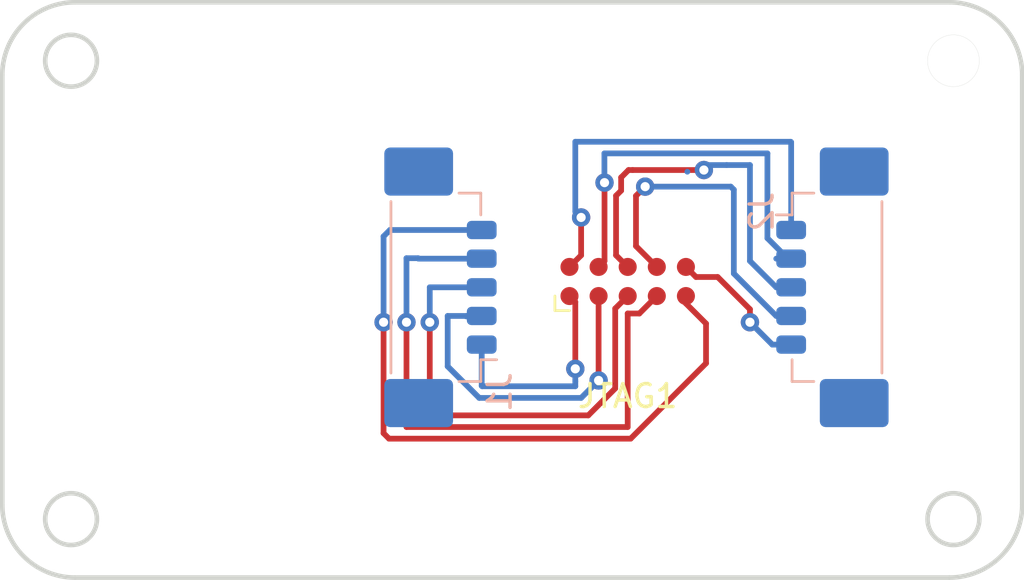
<source format=kicad_pcb>
(kicad_pcb (version 20171130) (host pcbnew "(5.1.12)-1")

  (general
    (thickness 1.6)
    (drawings 26)
    (tracks 99)
    (zones 0)
    (modules 3)
    (nets 11)
  )

  (page A4)
  (layers
    (0 F.Cu signal)
    (31 B.Cu signal)
    (32 B.Adhes user)
    (33 F.Adhes user)
    (34 B.Paste user)
    (35 F.Paste user)
    (36 B.SilkS user)
    (37 F.SilkS user)
    (38 B.Mask user)
    (39 F.Mask user)
    (40 Dwgs.User user)
    (41 Cmts.User user hide)
    (42 Eco1.User user)
    (43 Eco2.User user)
    (44 Edge.Cuts user)
    (45 Margin user)
    (46 B.CrtYd user)
    (47 F.CrtYd user)
    (48 B.Fab user hide)
    (49 F.Fab user hide)
  )

  (setup
    (last_trace_width 0.25)
    (trace_clearance 0.2)
    (zone_clearance 0.508)
    (zone_45_only no)
    (trace_min 0.2)
    (via_size 0.8)
    (via_drill 0.4)
    (via_min_size 0.4)
    (via_min_drill 0.3)
    (uvia_size 0.3)
    (uvia_drill 0.1)
    (uvias_allowed no)
    (uvia_min_size 0.2)
    (uvia_min_drill 0.1)
    (edge_width 0.05)
    (segment_width 0.2)
    (pcb_text_width 0.3)
    (pcb_text_size 1.5 1.5)
    (mod_edge_width 0.12)
    (mod_text_size 1 1)
    (mod_text_width 0.15)
    (pad_size 1.524 1.524)
    (pad_drill 0.762)
    (pad_to_mask_clearance 0)
    (aux_axis_origin 0 0)
    (visible_elements 7FFFFFFF)
    (pcbplotparams
      (layerselection 0x010fc_ffffffff)
      (usegerberextensions false)
      (usegerberattributes true)
      (usegerberadvancedattributes true)
      (creategerberjobfile true)
      (excludeedgelayer true)
      (linewidth 0.100000)
      (plotframeref false)
      (viasonmask false)
      (mode 1)
      (useauxorigin false)
      (hpglpennumber 1)
      (hpglpenspeed 20)
      (hpglpendiameter 15.000000)
      (psnegative false)
      (psa4output false)
      (plotreference true)
      (plotvalue true)
      (plotinvisibletext false)
      (padsonsilk false)
      (subtractmaskfromsilk false)
      (outputformat 1)
      (mirror false)
      (drillshape 0)
      (scaleselection 1)
      (outputdirectory "gerbers/"))
  )

  (net 0 "")
  (net 1 +3V3)
  (net 2 TDO-TDI)
  (net 3 TESTVPP)
  (net 4 TCK)
  (net 5 Rx)
  (net 6 GND)
  (net 7 Tx)
  (net 8 "Net-(J2-Pad1)")
  (net 9 "Net-(J2-Pad2)")
  (net 10 "Net-(J2-Pad3)")

  (net_class Default "This is the default net class."
    (clearance 0.2)
    (trace_width 0.25)
    (via_dia 0.8)
    (via_drill 0.4)
    (uvia_dia 0.3)
    (uvia_drill 0.1)
    (add_net +3V3)
    (add_net GND)
    (add_net "Net-(J2-Pad1)")
    (add_net "Net-(J2-Pad2)")
    (add_net "Net-(J2-Pad3)")
    (add_net Rx)
    (add_net TCK)
    (add_net TDO-TDI)
    (add_net TESTVPP)
    (add_net Tx)
  )

  (module Connector_Molex:Molex_PicoBlade_53398-0571_1x05-1MP_P1.25mm_Vertical (layer B.Cu) (tedit 5B78AD88) (tstamp 64474E5A)
    (at 169.55516 67.44716 270)
    (descr "Molex PicoBlade series connector, 53398-0571 (http://www.molex.com/pdm_docs/sd/533980271_sd.pdf), generated with kicad-footprint-generator")
    (tags "connector Molex PicoBlade side entry")
    (path /642242F1)
    (attr smd)
    (fp_text reference J2 (at -3.302 2.54 270) (layer B.SilkS)
      (effects (font (size 1 1) (thickness 0.15)) (justify mirror))
    )
    (fp_text value Conn_01x05_Male (at 0 -4.2 270) (layer B.Fab)
      (effects (font (size 1 1) (thickness 0.15)) (justify mirror))
    )
    (fp_line (start -2.5 0.392893) (end -2 1.1) (layer B.Fab) (width 0.1))
    (fp_line (start -3 1.1) (end -2.5 0.392893) (layer B.Fab) (width 0.1))
    (fp_line (start 6.6 2.4) (end -6.6 2.4) (layer B.CrtYd) (width 0.05))
    (fp_line (start 6.6 -3.5) (end 6.6 2.4) (layer B.CrtYd) (width 0.05))
    (fp_line (start -6.6 -3.5) (end 6.6 -3.5) (layer B.CrtYd) (width 0.05))
    (fp_line (start -6.6 2.4) (end -6.6 -3.5) (layer B.CrtYd) (width 0.05))
    (fp_line (start 5.5 0.2) (end 4 0.2) (layer B.Fab) (width 0.1))
    (fp_line (start 5.5 -0.4) (end 5.5 0.2) (layer B.Fab) (width 0.1))
    (fp_line (start 5.7 -0.6) (end 5.5 -0.4) (layer B.Fab) (width 0.1))
    (fp_line (start 5.7 -2.4) (end 5.7 -0.6) (layer B.Fab) (width 0.1))
    (fp_line (start 5.5 -2.6) (end 5.7 -2.4) (layer B.Fab) (width 0.1))
    (fp_line (start 4 -2.6) (end 5.5 -2.6) (layer B.Fab) (width 0.1))
    (fp_line (start -5.5 0.2) (end -4 0.2) (layer B.Fab) (width 0.1))
    (fp_line (start -5.5 -0.4) (end -5.5 0.2) (layer B.Fab) (width 0.1))
    (fp_line (start -5.7 -0.6) (end -5.5 -0.4) (layer B.Fab) (width 0.1))
    (fp_line (start -5.7 -2.4) (end -5.7 -0.6) (layer B.Fab) (width 0.1))
    (fp_line (start -5.5 -2.6) (end -5.7 -2.4) (layer B.Fab) (width 0.1))
    (fp_line (start -4 -2.6) (end -5.5 -2.6) (layer B.Fab) (width 0.1))
    (fp_line (start 2.65 -1.225) (end 2.35 -1.225) (layer B.Fab) (width 0.1))
    (fp_line (start 2.65 -1.825) (end 2.65 -1.225) (layer B.Fab) (width 0.1))
    (fp_line (start 2.35 -1.825) (end 2.65 -1.825) (layer B.Fab) (width 0.1))
    (fp_line (start 2.35 -1.225) (end 2.35 -1.825) (layer B.Fab) (width 0.1))
    (fp_line (start 1.4 -1.225) (end 1.1 -1.225) (layer B.Fab) (width 0.1))
    (fp_line (start 1.4 -1.825) (end 1.4 -1.225) (layer B.Fab) (width 0.1))
    (fp_line (start 1.1 -1.825) (end 1.4 -1.825) (layer B.Fab) (width 0.1))
    (fp_line (start 1.1 -1.225) (end 1.1 -1.825) (layer B.Fab) (width 0.1))
    (fp_line (start 0.15 -1.225) (end -0.15 -1.225) (layer B.Fab) (width 0.1))
    (fp_line (start 0.15 -1.825) (end 0.15 -1.225) (layer B.Fab) (width 0.1))
    (fp_line (start -0.15 -1.825) (end 0.15 -1.825) (layer B.Fab) (width 0.1))
    (fp_line (start -0.15 -1.225) (end -0.15 -1.825) (layer B.Fab) (width 0.1))
    (fp_line (start -1.1 -1.225) (end -1.4 -1.225) (layer B.Fab) (width 0.1))
    (fp_line (start -1.1 -1.825) (end -1.1 -1.225) (layer B.Fab) (width 0.1))
    (fp_line (start -1.4 -1.825) (end -1.1 -1.825) (layer B.Fab) (width 0.1))
    (fp_line (start -1.4 -1.225) (end -1.4 -1.825) (layer B.Fab) (width 0.1))
    (fp_line (start -2.35 -1.225) (end -2.65 -1.225) (layer B.Fab) (width 0.1))
    (fp_line (start -2.35 -1.825) (end -2.35 -1.225) (layer B.Fab) (width 0.1))
    (fp_line (start -2.65 -1.825) (end -2.35 -1.825) (layer B.Fab) (width 0.1))
    (fp_line (start -2.65 -1.225) (end -2.65 -1.825) (layer B.Fab) (width 0.1))
    (fp_line (start 4 1.1) (end 4 -2.6) (layer B.Fab) (width 0.1))
    (fp_line (start -4 1.1) (end -4 -2.6) (layer B.Fab) (width 0.1))
    (fp_line (start -4 -2.6) (end 4 -2.6) (layer B.Fab) (width 0.1))
    (fp_line (start -3.74 -2.71) (end 3.74 -2.71) (layer B.SilkS) (width 0.12))
    (fp_line (start 4.11 1.21) (end 3.16 1.21) (layer B.SilkS) (width 0.12))
    (fp_line (start 4.11 0.26) (end 4.11 1.21) (layer B.SilkS) (width 0.12))
    (fp_line (start -3.16 1.21) (end -3.16 1.9) (layer B.SilkS) (width 0.12))
    (fp_line (start -4.11 1.21) (end -3.16 1.21) (layer B.SilkS) (width 0.12))
    (fp_line (start -4.11 0.26) (end -4.11 1.21) (layer B.SilkS) (width 0.12))
    (fp_line (start -4 1.1) (end 4 1.1) (layer B.Fab) (width 0.1))
    (fp_text user %R (at 0 -0.4 270) (layer B.Fab)
      (effects (font (size 1 1) (thickness 0.15)) (justify mirror))
    )
    (pad MP smd roundrect (at 5.05 -1.5 270) (size 2.1 3) (layers B.Cu B.Paste B.Mask) (roundrect_rratio 0.119047619047619))
    (pad MP smd roundrect (at -5.05 -1.5 270) (size 2.1 3) (layers B.Cu B.Paste B.Mask) (roundrect_rratio 0.119047619047619))
    (pad 5 smd roundrect (at 2.5 1.25 270) (size 0.8 1.3) (layers B.Cu B.Paste B.Mask) (roundrect_rratio 0.25)
      (net 6 GND))
    (pad 4 smd roundrect (at 1.25 1.25 270) (size 0.8 1.3) (layers B.Cu B.Paste B.Mask) (roundrect_rratio 0.25)
      (net 7 Tx))
    (pad 3 smd roundrect (at 0 1.25 270) (size 0.8 1.3) (layers B.Cu B.Paste B.Mask) (roundrect_rratio 0.25)
      (net 10 "Net-(J2-Pad3)"))
    (pad 2 smd roundrect (at -1.25 1.25 270) (size 0.8 1.3) (layers B.Cu B.Paste B.Mask) (roundrect_rratio 0.25)
      (net 9 "Net-(J2-Pad2)"))
    (pad 1 smd roundrect (at -2.5 1.25 270) (size 0.8 1.3) (layers B.Cu B.Paste B.Mask) (roundrect_rratio 0.25)
      (net 8 "Net-(J2-Pad1)"))
    (model ${KISYS3DMOD}/Connector_Molex.3dshapes/Molex_PicoBlade_53398-0571_1x05-1MP_P1.25mm_Vertical.wrl
      (at (xyz 0 0 0))
      (scale (xyz 1 1 1))
      (rotate (xyz 0 0 0))
    )
  )

  (module Connector:Tag-Connect_TC2050-IDC-FP_2x05_P1.27mm_Vertical (layer F.Cu) (tedit 5A29CEC3) (tstamp 64474EF9)
    (at 161.17316 67.19316)
    (descr "Tag-Connect programming header; http://www.tag-connect.com/Materials/TC2050-IDC-430%20Datasheet.pdf")
    (tags "tag connect programming header pogo pins")
    (path /64069224)
    (attr virtual)
    (fp_text reference JTAG1 (at 0 5) (layer F.SilkS)
      (effects (font (size 1 1) (thickness 0.15)))
    )
    (fp_text value Conn_02x05_Odd_Even (at 0 -4.8) (layer F.Fab)
      (effects (font (size 1 1) (thickness 0.15)))
    )
    (fp_line (start -3.175 1.27) (end -3.175 0.635) (layer F.SilkS) (width 0.12))
    (fp_line (start -2.54 1.27) (end -3.175 1.27) (layer F.SilkS) (width 0.12))
    (fp_line (start -5.5 4.25) (end -5.5 -4.25) (layer F.CrtYd) (width 0.05))
    (fp_line (start 4.75 4.25) (end -5.5 4.25) (layer F.CrtYd) (width 0.05))
    (fp_line (start 4.75 -4.25) (end 4.75 4.25) (layer F.CrtYd) (width 0.05))
    (fp_line (start -5.5 -4.25) (end 4.75 -4.25) (layer F.CrtYd) (width 0.05))
    (fp_line (start -2.54 0.635) (end -2.54 -0.635) (layer Dwgs.User) (width 0.1))
    (fp_line (start 2.54 0.635) (end -2.54 0.635) (layer Dwgs.User) (width 0.1))
    (fp_line (start 2.54 -0.635) (end 2.54 0.635) (layer Dwgs.User) (width 0.1))
    (fp_line (start -2.54 -0.635) (end 2.54 -0.635) (layer Dwgs.User) (width 0.1))
    (fp_line (start -2.54 0.635) (end -1.27 -0.635) (layer Dwgs.User) (width 0.1))
    (fp_line (start -2.54 0) (end -1.905 -0.635) (layer Dwgs.User) (width 0.1))
    (fp_line (start -1.905 0.635) (end -0.635 -0.635) (layer Dwgs.User) (width 0.1))
    (fp_line (start -1.27 0.635) (end 0 -0.635) (layer Dwgs.User) (width 0.1))
    (fp_line (start 1.905 0.635) (end 2.54 0) (layer Dwgs.User) (width 0.1))
    (fp_line (start -0.635 0.635) (end 0.635 -0.635) (layer Dwgs.User) (width 0.1))
    (fp_line (start 0 0.635) (end 1.27 -0.635) (layer Dwgs.User) (width 0.1))
    (fp_line (start 0.635 0.635) (end 1.905 -0.635) (layer Dwgs.User) (width 0.1))
    (fp_line (start 1.27 0.635) (end 2.54 -0.635) (layer Dwgs.User) (width 0.1))
    (fp_text user KEEPOUT (at 0 0) (layer Cmts.User)
      (effects (font (size 0.4 0.4) (thickness 0.07)))
    )
    (fp_text user %R (at 0 0) (layer F.Fab)
      (effects (font (size 1 1) (thickness 0.15)))
    )
    (pad "" np_thru_hole circle (at 1.905 -2.54) (size 2.3749 2.3749) (drill 2.3749) (layers *.Cu *.Mask))
    (pad "" np_thru_hole circle (at 1.905 2.54) (size 2.3749 2.3749) (drill 2.3749) (layers *.Cu *.Mask))
    (pad "" np_thru_hole circle (at -3.81 2.54) (size 2.3749 2.3749) (drill 2.3749) (layers *.Cu *.Mask))
    (pad "" np_thru_hole circle (at -3.81 -2.54) (size 2.3749 2.3749) (drill 2.3749) (layers *.Cu *.Mask))
    (pad 10 connect circle (at -2.54 -0.635) (size 0.7874 0.7874) (layers F.Cu F.Mask)
      (net 8 "Net-(J2-Pad1)"))
    (pad 9 connect circle (at -1.27 -0.635) (size 0.7874 0.7874) (layers F.Cu F.Mask)
      (net 9 "Net-(J2-Pad2)"))
    (pad 8 connect circle (at 0 -0.635) (size 0.7874 0.7874) (layers F.Cu F.Mask)
      (net 10 "Net-(J2-Pad3)"))
    (pad 7 connect circle (at 1.27 -0.635) (size 0.7874 0.7874) (layers F.Cu F.Mask)
      (net 7 Tx))
    (pad 6 connect circle (at 2.54 -0.635) (size 0.7874 0.7874) (layers F.Cu F.Mask)
      (net 6 GND))
    (pad 5 connect circle (at 2.54 0.635) (size 0.7874 0.7874) (layers F.Cu F.Mask)
      (net 5 Rx))
    (pad 4 connect circle (at 1.27 0.635) (size 0.7874 0.7874) (layers F.Cu F.Mask)
      (net 4 TCK))
    (pad 3 connect circle (at 0 0.635) (size 0.7874 0.7874) (layers F.Cu F.Mask)
      (net 3 TESTVPP))
    (pad 2 connect circle (at -1.27 0.635) (size 0.7874 0.7874) (layers F.Cu F.Mask)
      (net 2 TDO-TDI))
    (pad 1 connect circle (at -2.54 0.635) (size 0.7874 0.7874) (layers F.Cu F.Mask)
      (net 1 +3V3))
    (pad "" np_thru_hole circle (at -3.81 0) (size 0.9906 0.9906) (drill 0.9906) (layers *.Cu *.Mask))
    (pad "" np_thru_hole circle (at 3.81 1.016) (size 0.9906 0.9906) (drill 0.9906) (layers *.Cu *.Mask))
    (pad "" np_thru_hole circle (at 3.81 -1.016) (size 0.9906 0.9906) (drill 0.9906) (layers *.Cu *.Mask))
  )

  (module Connector_Molex:Molex_PicoBlade_53398-0571_1x05-1MP_P1.25mm_Vertical (layer B.Cu) (tedit 5B78AD88) (tstamp 64474DA9)
    (at 153.55316 67.44716 90)
    (descr "Molex PicoBlade series connector, 53398-0571 (http://www.molex.com/pdm_docs/sd/533980271_sd.pdf), generated with kicad-footprint-generator")
    (tags "connector Molex PicoBlade side entry")
    (path /642236AC)
    (attr smd)
    (fp_text reference J1 (at -4.572 2.032 -90) (layer B.SilkS)
      (effects (font (size 1 1) (thickness 0.15)) (justify mirror))
    )
    (fp_text value Conn_01x05_Male (at 0 -4.2 -90) (layer B.Fab)
      (effects (font (size 1 1) (thickness 0.15)) (justify mirror))
    )
    (fp_line (start -4 1.1) (end 4 1.1) (layer B.Fab) (width 0.1))
    (fp_line (start -4.11 0.26) (end -4.11 1.21) (layer B.SilkS) (width 0.12))
    (fp_line (start -4.11 1.21) (end -3.16 1.21) (layer B.SilkS) (width 0.12))
    (fp_line (start -3.16 1.21) (end -3.16 1.9) (layer B.SilkS) (width 0.12))
    (fp_line (start 4.11 0.26) (end 4.11 1.21) (layer B.SilkS) (width 0.12))
    (fp_line (start 4.11 1.21) (end 3.16 1.21) (layer B.SilkS) (width 0.12))
    (fp_line (start -3.74 -2.71) (end 3.74 -2.71) (layer B.SilkS) (width 0.12))
    (fp_line (start -4 -2.6) (end 4 -2.6) (layer B.Fab) (width 0.1))
    (fp_line (start -4 1.1) (end -4 -2.6) (layer B.Fab) (width 0.1))
    (fp_line (start 4 1.1) (end 4 -2.6) (layer B.Fab) (width 0.1))
    (fp_line (start -2.65 -1.225) (end -2.65 -1.825) (layer B.Fab) (width 0.1))
    (fp_line (start -2.65 -1.825) (end -2.35 -1.825) (layer B.Fab) (width 0.1))
    (fp_line (start -2.35 -1.825) (end -2.35 -1.225) (layer B.Fab) (width 0.1))
    (fp_line (start -2.35 -1.225) (end -2.65 -1.225) (layer B.Fab) (width 0.1))
    (fp_line (start -1.4 -1.225) (end -1.4 -1.825) (layer B.Fab) (width 0.1))
    (fp_line (start -1.4 -1.825) (end -1.1 -1.825) (layer B.Fab) (width 0.1))
    (fp_line (start -1.1 -1.825) (end -1.1 -1.225) (layer B.Fab) (width 0.1))
    (fp_line (start -1.1 -1.225) (end -1.4 -1.225) (layer B.Fab) (width 0.1))
    (fp_line (start -0.15 -1.225) (end -0.15 -1.825) (layer B.Fab) (width 0.1))
    (fp_line (start -0.15 -1.825) (end 0.15 -1.825) (layer B.Fab) (width 0.1))
    (fp_line (start 0.15 -1.825) (end 0.15 -1.225) (layer B.Fab) (width 0.1))
    (fp_line (start 0.15 -1.225) (end -0.15 -1.225) (layer B.Fab) (width 0.1))
    (fp_line (start 1.1 -1.225) (end 1.1 -1.825) (layer B.Fab) (width 0.1))
    (fp_line (start 1.1 -1.825) (end 1.4 -1.825) (layer B.Fab) (width 0.1))
    (fp_line (start 1.4 -1.825) (end 1.4 -1.225) (layer B.Fab) (width 0.1))
    (fp_line (start 1.4 -1.225) (end 1.1 -1.225) (layer B.Fab) (width 0.1))
    (fp_line (start 2.35 -1.225) (end 2.35 -1.825) (layer B.Fab) (width 0.1))
    (fp_line (start 2.35 -1.825) (end 2.65 -1.825) (layer B.Fab) (width 0.1))
    (fp_line (start 2.65 -1.825) (end 2.65 -1.225) (layer B.Fab) (width 0.1))
    (fp_line (start 2.65 -1.225) (end 2.35 -1.225) (layer B.Fab) (width 0.1))
    (fp_line (start -4 -2.6) (end -5.5 -2.6) (layer B.Fab) (width 0.1))
    (fp_line (start -5.5 -2.6) (end -5.7 -2.4) (layer B.Fab) (width 0.1))
    (fp_line (start -5.7 -2.4) (end -5.7 -0.6) (layer B.Fab) (width 0.1))
    (fp_line (start -5.7 -0.6) (end -5.5 -0.4) (layer B.Fab) (width 0.1))
    (fp_line (start -5.5 -0.4) (end -5.5 0.2) (layer B.Fab) (width 0.1))
    (fp_line (start -5.5 0.2) (end -4 0.2) (layer B.Fab) (width 0.1))
    (fp_line (start 4 -2.6) (end 5.5 -2.6) (layer B.Fab) (width 0.1))
    (fp_line (start 5.5 -2.6) (end 5.7 -2.4) (layer B.Fab) (width 0.1))
    (fp_line (start 5.7 -2.4) (end 5.7 -0.6) (layer B.Fab) (width 0.1))
    (fp_line (start 5.7 -0.6) (end 5.5 -0.4) (layer B.Fab) (width 0.1))
    (fp_line (start 5.5 -0.4) (end 5.5 0.2) (layer B.Fab) (width 0.1))
    (fp_line (start 5.5 0.2) (end 4 0.2) (layer B.Fab) (width 0.1))
    (fp_line (start -6.6 2.4) (end -6.6 -3.5) (layer B.CrtYd) (width 0.05))
    (fp_line (start -6.6 -3.5) (end 6.6 -3.5) (layer B.CrtYd) (width 0.05))
    (fp_line (start 6.6 -3.5) (end 6.6 2.4) (layer B.CrtYd) (width 0.05))
    (fp_line (start 6.6 2.4) (end -6.6 2.4) (layer B.CrtYd) (width 0.05))
    (fp_line (start -3 1.1) (end -2.5 0.392893) (layer B.Fab) (width 0.1))
    (fp_line (start -2.5 0.392893) (end -2 1.1) (layer B.Fab) (width 0.1))
    (fp_text user %R (at 0 -0.4 -90) (layer B.Fab)
      (effects (font (size 1 1) (thickness 0.15)) (justify mirror))
    )
    (pad 1 smd roundrect (at -2.5 1.25 90) (size 0.8 1.3) (layers B.Cu B.Paste B.Mask) (roundrect_rratio 0.25)
      (net 1 +3V3))
    (pad 2 smd roundrect (at -1.25 1.25 90) (size 0.8 1.3) (layers B.Cu B.Paste B.Mask) (roundrect_rratio 0.25)
      (net 2 TDO-TDI))
    (pad 3 smd roundrect (at 0 1.25 90) (size 0.8 1.3) (layers B.Cu B.Paste B.Mask) (roundrect_rratio 0.25)
      (net 3 TESTVPP))
    (pad 4 smd roundrect (at 1.25 1.25 90) (size 0.8 1.3) (layers B.Cu B.Paste B.Mask) (roundrect_rratio 0.25)
      (net 4 TCK))
    (pad 5 smd roundrect (at 2.5 1.25 90) (size 0.8 1.3) (layers B.Cu B.Paste B.Mask) (roundrect_rratio 0.25)
      (net 5 Rx))
    (pad MP smd roundrect (at -5.05 -1.5 90) (size 2.1 3) (layers B.Cu B.Paste B.Mask) (roundrect_rratio 0.119047619047619))
    (pad MP smd roundrect (at 5.05 -1.5 90) (size 2.1 3) (layers B.Cu B.Paste B.Mask) (roundrect_rratio 0.119047619047619))
    (model ${KISYS3DMOD}/Connector_Molex.3dshapes/Molex_PicoBlade_53398-0571_1x05-1MP_P1.25mm_Vertical.wrl
      (at (xyz 0 0 0))
      (scale (xyz 1 1 1))
      (rotate (xyz 0 0 0))
    )
  )

  (gr_circle (center 175.385679 77.56144) (end 176.515979 77.56144) (layer Edge.Cuts) (width 0.2))
  (gr_line (start 151.57916 60.78916) (end 171.07916 60.78916) (layer Dwgs.User) (width 0.2) (tstamp 64474F76))
  (gr_arc (start 170.885679 73.06144) (end 170.885679 75.56144) (angle -90) (layer Dwgs.User) (width 0.2))
  (gr_line (start 170.885679 75.56144) (end 152.235679 75.56144) (layer Dwgs.User) (width 0.2))
  (gr_line (start 173.385679 62.06144) (end 173.385679 73.06144) (layer Dwgs.User) (width 0.2))
  (gr_arc (start 152.235679 73.06144) (end 149.735679 73.06144) (angle -90) (layer Dwgs.User) (width 0.2))
  (gr_line (start 149.735679 73.06144) (end 149.735679 62.06144) (layer Dwgs.User) (width 0.2))
  (gr_arc (start 152.235679 62.06144) (end 152.235679 59.56144) (angle -90) (layer Dwgs.User) (width 0.2) (tstamp 64474D6C))
  (gr_line (start 152.235679 59.56144) (end 170.885679 59.56144) (layer Dwgs.User) (width 0.2))
  (gr_arc (start 170.885679 62.06144) (end 173.385679 62.06144) (angle -90) (layer Dwgs.User) (width 0.2))
  (gr_arc (start 175.210679 58.18644) (end 178.385679 58.18644) (angle -90) (layer Edge.Cuts) (width 0.2))
  (gr_arc (start 137.06068 58.18644) (end 137.06068 55.01144) (angle -90) (layer Edge.Cuts) (width 0.2))
  (gr_line (start 133.88568 58.18644) (end 133.88568 76.93644) (layer Edge.Cuts) (width 0.2))
  (gr_line (start 137.06068 80.11144) (end 175.210679 80.11144) (layer Edge.Cuts) (width 0.2))
  (gr_line (start 175.210679 55.01144) (end 137.06068 55.01144) (layer Edge.Cuts) (width 0.2))
  (gr_line (start 178.385679 76.93644) (end 178.385679 58.18644) (layer Edge.Cuts) (width 0.2))
  (gr_arc (start 175.210679 76.93644) (end 175.210679 80.11144) (angle -90) (layer Edge.Cuts) (width 0.2))
  (gr_arc (start 137.06068 76.93644) (end 133.88568 76.93644) (angle -90) (layer Edge.Cuts) (width 0.2))
  (gr_circle (center 175.385679 57.56144) (end 176.515979 57.56144) (layer Edge.Cuts) (width 0.01))
  (gr_circle (center 136.88568 57.56144) (end 138.01598 57.56144) (layer Edge.Cuts) (width 0.2))
  (gr_circle (center 136.88568 77.56144) (end 138.01598 77.56144) (layer Edge.Cuts) (width 0.2) (tstamp 6447522C))
  (gr_line (start 151.57916 73.28916) (end 151.57916 60.78916) (layer Dwgs.User) (width 0.2) (tstamp 64475081))
  (gr_line (start 171.07916 73.28916) (end 151.57916 73.28916) (layer Dwgs.User) (width 0.2) (tstamp 64474F6A))
  (gr_circle (center 151.57916 73.28916) (end 152.82916 73.28916) (layer Dwgs.User) (width 0.2) (tstamp 64474F6D))
  (gr_circle (center 171.07916 73.28916) (end 172.32916 73.28916) (layer Dwgs.User) (width 0.2) (tstamp 64474F70))
  (gr_line (start 171.07916 73.28916) (end 171.07916 60.78916) (layer Dwgs.User) (width 0.2) (tstamp 64474F73))

  (segment (start 162.512907 64.329413) (end 162.512907 64.583413) (width 0.25) (layer F.Cu) (net 0) (tstamp 64474F9D))
  (segment (start 163.77591 62.404159) (end 163.775909 62.40416) (width 0.25) (layer B.Cu) (net 0) (tstamp 64474FBB))
  (segment (start 154.82316 71.76516) (end 158.88716 71.76516) (width 0.25) (layer B.Cu) (net 1) (tstamp 64474FAF))
  (segment (start 154.80316 71.74516) (end 154.82316 71.76516) (width 0.25) (layer B.Cu) (net 1) (tstamp 64474F8B))
  (segment (start 154.80316 69.94716) (end 154.80316 71.74516) (width 0.25) (layer B.Cu) (net 1) (tstamp 64474F7F))
  (segment (start 158.88716 71.76516) (end 158.88716 71.54816) (width 0.25) (layer B.Cu) (net 1) (tstamp 64474F97))
  (via (at 158.88716 71.00316) (size 0.8) (drill 0.4) (layers F.Cu B.Cu) (net 1) (tstamp 64474F5B))
  (segment (start 158.88716 71.54816) (end 158.88716 71.00316) (width 0.25) (layer B.Cu) (net 1) (tstamp 64474FA3))
  (segment (start 158.88716 68.08216) (end 158.63316 67.82816) (width 0.25) (layer F.Cu) (net 1) (tstamp 64474FB8))
  (segment (start 158.88716 71.00316) (end 158.88716 68.08216) (width 0.25) (layer F.Cu) (net 1) (tstamp 64474FB5))
  (segment (start 154.15316 68.69716) (end 154.13316 68.71716) (width 0.25) (layer B.Cu) (net 2) (tstamp 64474FB2))
  (segment (start 154.80316 68.69716) (end 154.15316 68.69716) (width 0.25) (layer B.Cu) (net 2) (tstamp 64474FAC))
  (segment (start 154.80316 68.69716) (end 153.31916 68.69716) (width 0.25) (layer B.Cu) (net 2) (tstamp 64474F88))
  (segment (start 154.69475 72.27316) (end 159.14116 72.27316) (width 0.25) (layer B.Cu) (net 2) (tstamp 64474F91))
  (segment (start 153.31916 70.89757) (end 154.69475 72.27316) (width 0.25) (layer B.Cu) (net 2) (tstamp 64474FA9))
  (segment (start 153.31916 68.69716) (end 153.31916 70.89757) (width 0.25) (layer B.Cu) (net 2) (tstamp 64474F8E))
  (via (at 159.90316 71.51116) (size 0.8) (drill 0.4) (layers F.Cu B.Cu) (net 2) (tstamp 64474F5E))
  (segment (start 159.14116 72.27316) (end 159.90316 71.51116) (width 0.25) (layer B.Cu) (net 2) (tstamp 64474FA6))
  (segment (start 159.90316 71.51116) (end 159.90316 67.82816) (width 0.25) (layer F.Cu) (net 2) (tstamp 64474F85))
  (segment (start 154.80316 67.44716) (end 152.53716 67.44716) (width 0.25) (layer B.Cu) (net 3) (tstamp 64474F82))
  (via (at 152.53716 68.97116) (size 0.8) (drill 0.4) (layers F.Cu B.Cu) (net 3) (tstamp 64474F4C))
  (segment (start 152.53716 67.44716) (end 152.53716 68.97116) (width 0.25) (layer B.Cu) (net 3) (tstamp 64474FA0))
  (segment (start 160.628161 68.373159) (end 161.17316 67.82816) (width 0.25) (layer F.Cu) (net 3) (tstamp 64474F9A))
  (segment (start 159.452162 73.03516) (end 160.628161 71.859161) (width 0.25) (layer F.Cu) (net 3) (tstamp 64474F94))
  (segment (start 152.79116 73.03516) (end 159.452162 73.03516) (width 0.25) (layer F.Cu) (net 3) (tstamp 64474F7C))
  (segment (start 152.53716 72.78116) (end 152.79116 73.03516) (width 0.25) (layer F.Cu) (net 3) (tstamp 64474F79))
  (segment (start 160.628161 71.859161) (end 160.628161 68.373159) (width 0.25) (layer F.Cu) (net 3) (tstamp 6447507E))
  (segment (start 152.53716 68.97116) (end 152.53716 72.78116) (width 0.25) (layer F.Cu) (net 3) (tstamp 64475072))
  (segment (start 154.80316 66.19716) (end 152.04916 66.19716) (width 0.25) (layer B.Cu) (net 4) (tstamp 64475003))
  (segment (start 152.04916 66.19716) (end 152.02916 66.17716) (width 0.25) (layer B.Cu) (net 4) (tstamp 64475024))
  (segment (start 152.02916 66.17716) (end 151.52116 66.17716) (width 0.25) (layer B.Cu) (net 4) (tstamp 64475078))
  (via (at 151.52116 68.97116) (size 0.8) (drill 0.4) (layers F.Cu B.Cu) (net 4) (tstamp 64474F58))
  (segment (start 151.52116 66.17716) (end 151.52116 68.97116) (width 0.25) (layer B.Cu) (net 4) (tstamp 64475000))
  (segment (start 151.52116 68.97116) (end 151.52116 73.54316) (width 0.25) (layer F.Cu) (net 4) (tstamp 6447505A))
  (segment (start 151.52116 73.54316) (end 161.17316 73.54316) (width 0.25) (layer F.Cu) (net 4) (tstamp 64475063))
  (segment (start 161.17316 73.54316) (end 161.17316 68.59016) (width 0.25) (layer F.Cu) (net 4) (tstamp 64475042))
  (segment (start 161.68116 68.59016) (end 162.44316 67.82816) (width 0.25) (layer F.Cu) (net 4) (tstamp 6447502D))
  (segment (start 161.17316 68.59016) (end 161.68116 68.59016) (width 0.25) (layer F.Cu) (net 4) (tstamp 64475021))
  (segment (start 154.80316 64.94716) (end 150.79916 64.94716) (width 0.25) (layer B.Cu) (net 5) (tstamp 6447501E))
  (via (at 150.521157 68.97116) (size 0.8) (drill 0.4) (layers F.Cu B.Cu) (net 5) (tstamp 64474F4F))
  (segment (start 150.521157 65.225163) (end 150.521157 68.97116) (width 0.25) (layer B.Cu) (net 5) (tstamp 64475027))
  (segment (start 150.79916 64.94716) (end 150.521157 65.225163) (width 0.25) (layer B.Cu) (net 5) (tstamp 64474FFD))
  (segment (start 163.71316 68.15201) (end 163.71316 67.82816) (width 0.25) (layer F.Cu) (net 5) (tstamp 6447500C))
  (segment (start 164.590611 69.029461) (end 163.71316 68.15201) (width 0.25) (layer F.Cu) (net 5) (tstamp 64475033))
  (segment (start 164.590611 70.762119) (end 164.590611 69.029461) (width 0.25) (layer F.Cu) (net 5) (tstamp 6447503F))
  (segment (start 161.30157 74.05116) (end 164.590611 70.762119) (width 0.25) (layer F.Cu) (net 5) (tstamp 6447503C))
  (segment (start 150.521157 73.813157) (end 150.75916 74.05116) (width 0.25) (layer F.Cu) (net 5) (tstamp 6447502A))
  (segment (start 150.75916 74.05116) (end 161.30157 74.05116) (width 0.25) (layer F.Cu) (net 5) (tstamp 64474806))
  (segment (start 150.521157 68.97116) (end 150.521157 73.813157) (width 0.25) (layer F.Cu) (net 5) (tstamp 6447506F))
  (via (at 166.50716 68.97116) (size 0.8) (drill 0.4) (layers F.Cu B.Cu) (net 6) (tstamp 64474F67))
  (segment (start 167.48316 69.94716) (end 166.50716 68.97116) (width 0.25) (layer B.Cu) (net 6) (tstamp 64475066))
  (segment (start 168.30516 69.94716) (end 167.48316 69.94716) (width 0.25) (layer B.Cu) (net 6) (tstamp 64474FFA))
  (segment (start 164.152461 66.997461) (end 163.71316 66.55816) (width 0.25) (layer F.Cu) (net 6) (tstamp 64475018))
  (segment (start 165.099146 66.997461) (end 164.152461 66.997461) (width 0.25) (layer F.Cu) (net 6) (tstamp 64475075))
  (segment (start 166.50716 68.405475) (end 165.099146 66.997461) (width 0.25) (layer F.Cu) (net 6) (tstamp 6447500F))
  (segment (start 166.50716 68.97116) (end 166.50716 68.405475) (width 0.25) (layer F.Cu) (net 6) (tstamp 64475054))
  (segment (start 168.30516 68.69716) (end 167.741206 68.69716) (width 0.25) (layer B.Cu) (net 7) (tstamp 6447501B))
  (segment (start 165.803461 66.845461) (end 165.803461 63.187461) (width 0.25) (layer B.Cu) (net 7) (tstamp 64475006))
  (segment (start 167.65516 68.69716) (end 165.803461 66.845461) (width 0.25) (layer B.Cu) (net 7) (tstamp 64475015))
  (segment (start 168.30516 68.69716) (end 167.65516 68.69716) (width 0.25) (layer B.Cu) (net 7) (tstamp 64475012))
  (segment (start 165.67116 63.05516) (end 161.93516 63.05516) (width 0.25) (layer B.Cu) (net 7) (tstamp 64475057))
  (via (at 161.93516 63.05516) (size 0.8) (drill 0.4) (layers F.Cu B.Cu) (net 7) (tstamp 64474F55))
  (segment (start 165.803461 63.187461) (end 165.67116 63.05516) (width 0.25) (layer B.Cu) (net 7) (tstamp 64475009))
  (segment (start 161.535161 63.455159) (end 161.535161 65.650161) (width 0.25) (layer F.Cu) (net 7) (tstamp 64475039))
  (segment (start 161.535161 65.650161) (end 162.44316 66.55816) (width 0.25) (layer F.Cu) (net 7) (tstamp 6447506C))
  (segment (start 161.93516 63.05516) (end 161.535161 63.455159) (width 0.25) (layer F.Cu) (net 7) (tstamp 64474FF7))
  (via (at 159.14116 64.39916) (size 0.8) (drill 0.4) (layers F.Cu B.Cu) (net 8) (tstamp 64474F52))
  (segment (start 159.14116 66.05016) (end 158.63316 66.55816) (width 0.25) (layer F.Cu) (net 8) (tstamp 6447507B))
  (segment (start 159.14116 64.39916) (end 159.14116 66.05016) (width 0.25) (layer F.Cu) (net 8) (tstamp 64475069))
  (segment (start 158.88716 64.14516) (end 159.14116 64.39916) (width 0.25) (layer B.Cu) (net 8) (tstamp 64475036))
  (segment (start 168.28516 61.09716) (end 158.88716 61.09716) (width 0.25) (layer B.Cu) (net 8) (tstamp 64475060))
  (segment (start 168.30516 61.11716) (end 168.28516 61.09716) (width 0.25) (layer B.Cu) (net 8) (tstamp 6447505D))
  (segment (start 158.88716 61.09716) (end 158.88716 64.14516) (width 0.25) (layer B.Cu) (net 8) (tstamp 64475030))
  (segment (start 168.30516 64.94716) (end 168.30516 61.11716) (width 0.25) (layer B.Cu) (net 8) (tstamp 64475051))
  (segment (start 168.30516 66.19716) (end 167.65516 66.19716) (width 0.25) (layer B.Cu) (net 9) (tstamp 6447504E))
  (via (at 160.161813 62.879813) (size 0.8) (drill 0.4) (layers F.Cu B.Cu) (net 9) (tstamp 64474F64))
  (segment (start 160.161813 66.299507) (end 159.90316 66.55816) (width 0.25) (layer F.Cu) (net 9) (tstamp 6447504B))
  (segment (start 160.161813 62.879813) (end 160.161813 66.299507) (width 0.25) (layer F.Cu) (net 9) (tstamp 64475048))
  (segment (start 160.15716 62.87516) (end 160.161813 62.879813) (width 0.25) (layer B.Cu) (net 9) (tstamp 64475045))
  (segment (start 160.15716 61.60516) (end 160.15716 62.87516) (width 0.25) (layer B.Cu) (net 9) (tstamp 64474FF1))
  (segment (start 167.26916 61.60516) (end 160.15716 61.60516) (width 0.25) (layer B.Cu) (net 9) (tstamp 64474FEE))
  (segment (start 168.162682 66.19716) (end 167.26916 65.303638) (width 0.25) (layer B.Cu) (net 9) (tstamp 64474FEB))
  (segment (start 167.26916 65.303638) (end 167.26916 61.60516) (width 0.25) (layer B.Cu) (net 9) (tstamp 64474FD9))
  (segment (start 168.30516 66.19716) (end 168.162682 66.19716) (width 0.25) (layer B.Cu) (net 9) (tstamp 64474FE8))
  (segment (start 167.65516 67.44716) (end 166.50716 66.29916) (width 0.25) (layer B.Cu) (net 10) (tstamp 64474FD3))
  (segment (start 168.30516 67.44716) (end 167.65516 67.44716) (width 0.25) (layer B.Cu) (net 10) (tstamp 64474FCA))
  (segment (start 166.50716 66.29916) (end 166.50716 62.11316) (width 0.25) (layer B.Cu) (net 10) (tstamp 64474FC4))
  (segment (start 166.50716 62.11316) (end 165.49116 62.11316) (width 0.25) (layer B.Cu) (net 10) (tstamp 64474FC7))
  (segment (start 165.49116 62.11316) (end 164.47516 62.11316) (width 0.25) (layer B.Cu) (net 10) (tstamp 64474FC1))
  (via (at 164.497124 62.33016) (size 0.8) (drill 0.4) (layers F.Cu B.Cu) (net 10) (tstamp 64474F61))
  (segment (start 164.47516 62.308196) (end 164.497124 62.33016) (width 0.25) (layer B.Cu) (net 10) (tstamp 64474FE2))
  (segment (start 164.47516 62.11316) (end 164.47516 62.308196) (width 0.25) (layer B.Cu) (net 10) (tstamp 64474FDC))
  (segment (start 160.66516 66.05016) (end 161.17316 66.55816) (width 0.25) (layer F.Cu) (net 10) (tstamp 64474FD6))
  (segment (start 160.66516 63.449468) (end 160.66516 66.05016) (width 0.25) (layer F.Cu) (net 10) (tstamp 64474FCD))
  (segment (start 164.497124 62.33016) (end 161.39016 62.33016) (width 0.25) (layer F.Cu) (net 10) (tstamp 64474FE5))
  (segment (start 160.886814 63.227814) (end 160.886814 62.653506) (width 0.25) (layer F.Cu) (net 10) (tstamp 64474FF4))
  (segment (start 160.66516 63.449468) (end 160.886814 63.227814) (width 0.25) (layer F.Cu) (net 10) (tstamp 64474FDF))
  (segment (start 161.21016 62.33016) (end 161.39016 62.33016) (width 0.25) (layer F.Cu) (net 10) (tstamp 64474FBE))
  (segment (start 160.886814 62.653506) (end 161.21016 62.33016) (width 0.25) (layer F.Cu) (net 10) (tstamp 64474FD0))

)

</source>
